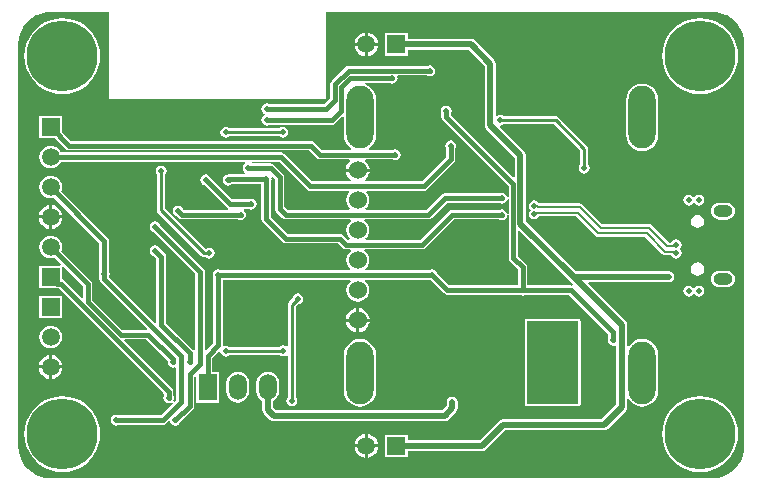
<source format=gbl>
G04*
G04 #@! TF.GenerationSoftware,Altium Limited,Altium Designer,19.0.5 (141)*
G04*
G04 Layer_Physical_Order=2*
G04 Layer_Color=16711680*
%FSAX25Y25*%
%MOIN*%
G70*
G01*
G75*
%ADD15C,0.01000*%
%ADD77C,0.01500*%
%ADD79C,0.00800*%
%ADD80C,0.02000*%
%ADD82C,0.01200*%
%ADD83O,0.09055X0.20866*%
%ADD84C,0.06000*%
%ADD85O,0.05906X0.08661*%
%ADD86R,0.05906X0.08661*%
%ADD87C,0.05906*%
%ADD88R,0.05906X0.05906*%
%ADD89O,0.06299X0.03937*%
%ADD90R,0.05906X0.05906*%
%ADD91C,0.23622*%
%ADD92C,0.01968*%
G36*
X0588303Y0274444D02*
X0589951Y0274048D01*
X0591516Y0273400D01*
X0592961Y0272515D01*
X0594249Y0271414D01*
X0595350Y0270126D01*
X0596235Y0268682D01*
X0596883Y0267116D01*
X0597279Y0265469D01*
X0597411Y0263790D01*
X0597409Y0263779D01*
X0597409Y0130131D01*
X0597373Y0129950D01*
X0597375Y0129939D01*
X0597242Y0128251D01*
X0596844Y0126593D01*
X0596192Y0125018D01*
X0595301Y0123565D01*
X0594194Y0122269D01*
X0592898Y0121162D01*
X0591444Y0120271D01*
X0589870Y0119619D01*
X0588212Y0119221D01*
X0586728Y0119104D01*
X0586614Y0119127D01*
X0366142D01*
X0366132Y0119125D01*
X0364453Y0119257D01*
X0362805Y0119652D01*
X0361240Y0120301D01*
X0359795Y0121186D01*
X0358507Y0122286D01*
X0357406Y0123575D01*
X0356521Y0125019D01*
X0355873Y0126585D01*
X0355477Y0128232D01*
X0355345Y0129911D01*
X0355347Y0129921D01*
Y0263591D01*
X0355384Y0263779D01*
X0355382Y0263790D01*
X0355515Y0265469D01*
X0355910Y0267116D01*
X0356559Y0268682D01*
X0357444Y0270126D01*
X0358544Y0271414D01*
X0359833Y0272515D01*
X0361277Y0273400D01*
X0362843Y0274048D01*
X0364490Y0274444D01*
X0366169Y0274576D01*
X0366179Y0274574D01*
X0385684D01*
Y0245500D01*
X0457816D01*
Y0274574D01*
X0586614D01*
X0586624Y0274576D01*
X0588303Y0274444D01*
D02*
G37*
%LPC*%
G36*
X0471880Y0267701D02*
Y0264280D01*
X0475301D01*
X0475231Y0264811D01*
X0474833Y0265773D01*
X0474199Y0266599D01*
X0473373Y0267232D01*
X0472412Y0267631D01*
X0471880Y0267701D01*
D02*
G37*
G36*
X0470880D02*
X0470348Y0267631D01*
X0469386Y0267232D01*
X0468561Y0266599D01*
X0467927Y0265773D01*
X0467529Y0264811D01*
X0467459Y0264280D01*
X0470880D01*
Y0267701D01*
D02*
G37*
G36*
X0475301Y0263280D02*
X0471880D01*
Y0259858D01*
X0472412Y0259928D01*
X0473373Y0260327D01*
X0474199Y0260960D01*
X0474833Y0261786D01*
X0475231Y0262748D01*
X0475301Y0263280D01*
D02*
G37*
G36*
X0470880D02*
X0467459D01*
X0467529Y0262748D01*
X0467927Y0261786D01*
X0468561Y0260960D01*
X0469386Y0260327D01*
X0470348Y0259928D01*
X0470880Y0259858D01*
Y0263280D01*
D02*
G37*
G36*
X0492500Y0256819D02*
X0491804Y0256681D01*
X0491705Y0256615D01*
X0465566D01*
X0464961Y0256494D01*
X0464448Y0256152D01*
X0459887Y0251591D01*
X0459545Y0251078D01*
X0459424Y0250473D01*
Y0245906D01*
X0457382Y0243864D01*
X0439098D01*
X0438948Y0243964D01*
X0438252Y0244103D01*
X0437556Y0243964D01*
X0436966Y0243570D01*
X0436571Y0242980D01*
X0436433Y0242284D01*
X0436571Y0241587D01*
X0436966Y0240997D01*
X0437456Y0240669D01*
X0437499Y0240457D01*
Y0240326D01*
X0437456Y0240114D01*
X0436966Y0239786D01*
X0436571Y0239196D01*
X0436433Y0238500D01*
X0436571Y0237804D01*
X0436966Y0237214D01*
X0437556Y0236819D01*
X0438252Y0236681D01*
X0438948Y0236819D01*
X0439098Y0236920D01*
X0460000D01*
X0460605Y0237040D01*
X0461118Y0237383D01*
X0463456Y0239721D01*
X0463918Y0239529D01*
Y0233504D01*
X0464101Y0232113D01*
X0464638Y0230817D01*
X0465492Y0229704D01*
X0466305Y0229080D01*
X0466135Y0228580D01*
X0456655D01*
X0454117Y0231118D01*
X0453605Y0231460D01*
X0453000Y0231580D01*
X0373017D01*
X0369895Y0234703D01*
Y0239973D01*
X0362389D01*
Y0232468D01*
X0367659D01*
X0371245Y0228883D01*
X0371757Y0228540D01*
X0372362Y0228420D01*
X0452345D01*
X0454882Y0225883D01*
X0455395Y0225540D01*
X0456000Y0225420D01*
X0465763D01*
X0465933Y0224920D01*
X0465651Y0224703D01*
X0465010Y0223868D01*
X0464607Y0222895D01*
X0464535Y0222350D01*
X0468504D01*
X0472473D01*
X0472401Y0222895D01*
X0471998Y0223868D01*
X0471357Y0224703D01*
X0471075Y0224920D01*
X0471244Y0225420D01*
X0480154D01*
X0480304Y0225319D01*
X0481000Y0225181D01*
X0481696Y0225319D01*
X0482286Y0225714D01*
X0482681Y0226304D01*
X0482819Y0227000D01*
X0482681Y0227696D01*
X0482286Y0228286D01*
X0481696Y0228681D01*
X0481000Y0228819D01*
X0480304Y0228681D01*
X0480154Y0228580D01*
X0472448D01*
X0472278Y0229080D01*
X0473091Y0229704D01*
X0473945Y0230817D01*
X0474482Y0232113D01*
X0474665Y0233504D01*
Y0245315D01*
X0474482Y0246706D01*
X0473945Y0248002D01*
X0473091Y0249115D01*
X0471978Y0249969D01*
X0470889Y0250420D01*
X0470989Y0250920D01*
X0479154D01*
X0479304Y0250819D01*
X0480000Y0250681D01*
X0480696Y0250819D01*
X0481286Y0251214D01*
X0481681Y0251804D01*
X0481819Y0252500D01*
X0481729Y0252954D01*
X0482064Y0253454D01*
X0491602D01*
X0491804Y0253319D01*
X0492500Y0253181D01*
X0493196Y0253319D01*
X0493786Y0253714D01*
X0494181Y0254304D01*
X0494319Y0255000D01*
X0494181Y0255696D01*
X0493786Y0256286D01*
X0493196Y0256681D01*
X0492500Y0256819D01*
D02*
G37*
G36*
X0582677Y0272493D02*
X0580698Y0272337D01*
X0578768Y0271873D01*
X0576934Y0271114D01*
X0575242Y0270077D01*
X0573732Y0268787D01*
X0572443Y0267278D01*
X0571406Y0265585D01*
X0570646Y0263752D01*
X0570183Y0261821D01*
X0570027Y0259842D01*
X0570183Y0257864D01*
X0570646Y0255933D01*
X0571406Y0254099D01*
X0572443Y0252407D01*
X0573732Y0250898D01*
X0575242Y0249608D01*
X0576934Y0248571D01*
X0578768Y0247812D01*
X0580698Y0247348D01*
X0582677Y0247193D01*
X0584656Y0247348D01*
X0586586Y0247812D01*
X0588420Y0248571D01*
X0590113Y0249608D01*
X0591622Y0250898D01*
X0592911Y0252407D01*
X0593948Y0254099D01*
X0594708Y0255933D01*
X0595171Y0257864D01*
X0595327Y0259842D01*
X0595171Y0261821D01*
X0594708Y0263752D01*
X0593948Y0265585D01*
X0592911Y0267278D01*
X0591622Y0268787D01*
X0590113Y0270077D01*
X0588420Y0271114D01*
X0586586Y0271873D01*
X0584656Y0272337D01*
X0582677Y0272493D01*
D02*
G37*
G36*
X0370079D02*
X0368100Y0272337D01*
X0366170Y0271873D01*
X0364336Y0271114D01*
X0362643Y0270077D01*
X0361134Y0268787D01*
X0359845Y0267278D01*
X0358807Y0265585D01*
X0358048Y0263752D01*
X0357585Y0261821D01*
X0357429Y0259842D01*
X0357585Y0257864D01*
X0358048Y0255933D01*
X0358807Y0254099D01*
X0359845Y0252407D01*
X0361134Y0250898D01*
X0362643Y0249608D01*
X0364336Y0248571D01*
X0366170Y0247812D01*
X0368100Y0247348D01*
X0370079Y0247193D01*
X0372058Y0247348D01*
X0373988Y0247812D01*
X0375822Y0248571D01*
X0377514Y0249608D01*
X0379024Y0250898D01*
X0380313Y0252407D01*
X0381350Y0254099D01*
X0382110Y0255933D01*
X0382573Y0257864D01*
X0382729Y0259842D01*
X0382573Y0261821D01*
X0382110Y0263752D01*
X0381350Y0265585D01*
X0380313Y0267278D01*
X0379024Y0268787D01*
X0377514Y0270077D01*
X0375822Y0271114D01*
X0373988Y0271873D01*
X0372058Y0272337D01*
X0370079Y0272493D01*
D02*
G37*
G36*
X0443500Y0236319D02*
X0442804Y0236181D01*
X0442214Y0235786D01*
X0442179Y0235735D01*
X0425728D01*
X0425196Y0236090D01*
X0424500Y0236229D01*
X0423804Y0236090D01*
X0423214Y0235696D01*
X0422819Y0235106D01*
X0422681Y0234409D01*
X0422819Y0233713D01*
X0423214Y0233123D01*
X0423804Y0232729D01*
X0424500Y0232590D01*
X0425196Y0232729D01*
X0425728Y0233084D01*
X0442408D01*
X0442804Y0232819D01*
X0443500Y0232681D01*
X0444196Y0232819D01*
X0444786Y0233214D01*
X0445181Y0233804D01*
X0445319Y0234500D01*
X0445181Y0235196D01*
X0444786Y0235786D01*
X0444196Y0236181D01*
X0443500Y0236319D01*
D02*
G37*
G36*
X0563386Y0250689D02*
X0561995Y0250505D01*
X0560699Y0249969D01*
X0559586Y0249115D01*
X0558732Y0248002D01*
X0558195Y0246706D01*
X0558012Y0245315D01*
Y0233504D01*
X0558195Y0232113D01*
X0558732Y0230817D01*
X0559586Y0229704D01*
X0560699Y0228850D01*
X0561995Y0228313D01*
X0563386Y0228130D01*
X0564777Y0228313D01*
X0566073Y0228850D01*
X0567185Y0229704D01*
X0568040Y0230817D01*
X0568576Y0232113D01*
X0568759Y0233504D01*
Y0245315D01*
X0568576Y0246706D01*
X0568040Y0248002D01*
X0567185Y0249115D01*
X0566073Y0249969D01*
X0564777Y0250505D01*
X0563386Y0250689D01*
D02*
G37*
G36*
X0485133Y0267532D02*
X0477627D01*
Y0260027D01*
X0485133D01*
Y0261944D01*
X0505460D01*
X0510881Y0256524D01*
Y0236784D01*
X0511020Y0236082D01*
X0511418Y0235487D01*
X0520902Y0226003D01*
Y0219487D01*
X0520440Y0219295D01*
X0499580Y0240155D01*
Y0240654D01*
X0499681Y0240804D01*
X0499819Y0241500D01*
X0499681Y0242196D01*
X0499286Y0242786D01*
X0498696Y0243181D01*
X0498000Y0243319D01*
X0497304Y0243181D01*
X0496714Y0242786D01*
X0496319Y0242196D01*
X0496181Y0241500D01*
X0496319Y0240804D01*
X0496420Y0240654D01*
Y0239500D01*
X0496540Y0238895D01*
X0496882Y0238383D01*
X0518807Y0216459D01*
Y0212889D01*
X0518761Y0212840D01*
X0518221Y0212992D01*
X0518181Y0213196D01*
X0517786Y0213786D01*
X0517196Y0214181D01*
X0516500Y0214319D01*
X0515804Y0214181D01*
X0515654Y0214080D01*
X0497500D01*
X0496895Y0213960D01*
X0496383Y0213617D01*
X0491354Y0208589D01*
X0471274D01*
X0471113Y0209063D01*
X0471214Y0209140D01*
X0471823Y0209934D01*
X0472206Y0210858D01*
X0472337Y0211850D01*
X0472206Y0212842D01*
X0471823Y0213767D01*
X0471322Y0214420D01*
X0471516Y0214920D01*
X0490500D01*
X0491105Y0215040D01*
X0491617Y0215383D01*
X0500618Y0224382D01*
X0500960Y0224895D01*
X0501080Y0225500D01*
Y0229154D01*
X0501181Y0229304D01*
X0501319Y0230000D01*
X0501181Y0230696D01*
X0500786Y0231286D01*
X0500196Y0231681D01*
X0499500Y0231819D01*
X0498804Y0231681D01*
X0498214Y0231286D01*
X0497819Y0230696D01*
X0497681Y0230000D01*
X0497819Y0229304D01*
X0497920Y0229154D01*
Y0226155D01*
X0489845Y0218080D01*
X0470983D01*
X0470813Y0218580D01*
X0471357Y0218998D01*
X0471998Y0219833D01*
X0472401Y0220806D01*
X0472473Y0221350D01*
X0468504D01*
X0464535D01*
X0464607Y0220806D01*
X0465010Y0219833D01*
X0465651Y0218998D01*
X0466195Y0218580D01*
X0466025Y0218080D01*
X0453375D01*
X0444117Y0227338D01*
X0443605Y0227680D01*
X0443000Y0227801D01*
X0369549D01*
X0369420Y0228113D01*
X0368818Y0228897D01*
X0368034Y0229499D01*
X0367121Y0229877D01*
X0366142Y0230006D01*
X0365162Y0229877D01*
X0364249Y0229499D01*
X0363465Y0228897D01*
X0362864Y0228113D01*
X0362486Y0227200D01*
X0362357Y0226220D01*
X0362486Y0225241D01*
X0362864Y0224328D01*
X0363465Y0223544D01*
X0364249Y0222942D01*
X0365162Y0222564D01*
X0366142Y0222435D01*
X0367121Y0222564D01*
X0368034Y0222942D01*
X0368818Y0223544D01*
X0369420Y0224328D01*
X0369549Y0224640D01*
X0430856D01*
X0430940Y0224539D01*
X0430843Y0223873D01*
X0430714Y0223786D01*
X0430319Y0223196D01*
X0430181Y0222500D01*
X0430319Y0221804D01*
X0430714Y0221214D01*
X0430977Y0221038D01*
X0430825Y0220538D01*
X0425868D01*
X0425263Y0220418D01*
X0424991Y0220236D01*
X0424714Y0220181D01*
X0424124Y0219786D01*
X0423730Y0219196D01*
X0423591Y0218500D01*
X0423730Y0217804D01*
X0424124Y0217214D01*
X0424714Y0216819D01*
X0425410Y0216681D01*
X0426107Y0216819D01*
X0426697Y0217214D01*
X0426806Y0217377D01*
X0436420D01*
Y0205500D01*
X0436540Y0204895D01*
X0436882Y0204382D01*
X0443383Y0197882D01*
X0443895Y0197540D01*
X0444500Y0197420D01*
X0461845D01*
X0463382Y0195882D01*
X0463895Y0195540D01*
X0464500Y0195420D01*
X0466092D01*
X0466262Y0194920D01*
X0465794Y0194561D01*
X0465185Y0193767D01*
X0464802Y0192842D01*
X0464671Y0191850D01*
X0464802Y0190858D01*
X0465185Y0189934D01*
X0465794Y0189140D01*
X0466002Y0188980D01*
X0465832Y0188480D01*
X0422846D01*
X0422696Y0188581D01*
X0422000Y0188719D01*
X0421304Y0188581D01*
X0420714Y0188186D01*
X0420319Y0187596D01*
X0420181Y0186900D01*
X0420319Y0186204D01*
X0420420Y0186054D01*
Y0164155D01*
X0418042Y0161777D01*
X0417580Y0161969D01*
Y0188000D01*
X0417460Y0188605D01*
X0417118Y0189118D01*
X0402716Y0203519D01*
X0402681Y0203696D01*
X0402286Y0204286D01*
X0401696Y0204681D01*
X0401000Y0204819D01*
X0400304Y0204681D01*
X0399714Y0204286D01*
X0399319Y0203696D01*
X0399181Y0203000D01*
X0399319Y0202304D01*
X0399714Y0201714D01*
X0400304Y0201319D01*
X0400481Y0201284D01*
X0414420Y0187345D01*
Y0161866D01*
X0414319Y0161783D01*
X0413653Y0161880D01*
X0413618Y0161932D01*
X0404591Y0170958D01*
Y0192989D01*
X0404471Y0193594D01*
X0404129Y0194106D01*
X0402716Y0195519D01*
X0402681Y0195696D01*
X0402286Y0196286D01*
X0401696Y0196681D01*
X0401000Y0196819D01*
X0400304Y0196681D01*
X0399714Y0196286D01*
X0399319Y0195696D01*
X0399181Y0195000D01*
X0399319Y0194304D01*
X0399714Y0193714D01*
X0400304Y0193319D01*
X0400481Y0193284D01*
X0401431Y0192334D01*
Y0170958D01*
X0400969Y0170766D01*
X0385580Y0186155D01*
Y0186319D01*
X0385681Y0186469D01*
X0385819Y0187165D01*
X0385681Y0187862D01*
X0385580Y0188012D01*
Y0198362D01*
X0385460Y0198967D01*
X0385118Y0199480D01*
X0369669Y0214929D01*
X0369798Y0215241D01*
X0369927Y0216220D01*
X0369798Y0217200D01*
X0369420Y0218113D01*
X0368818Y0218897D01*
X0368034Y0219498D01*
X0367121Y0219877D01*
X0366142Y0220006D01*
X0365162Y0219877D01*
X0364249Y0219498D01*
X0363465Y0218897D01*
X0362864Y0218113D01*
X0362486Y0217200D01*
X0362357Y0216220D01*
X0362486Y0215241D01*
X0362864Y0214328D01*
X0363465Y0213544D01*
X0364249Y0212943D01*
X0365162Y0212564D01*
X0366142Y0212435D01*
X0367121Y0212564D01*
X0367434Y0212694D01*
X0382420Y0197708D01*
Y0188012D01*
X0382319Y0187862D01*
X0382181Y0187165D01*
X0382319Y0186469D01*
X0382420Y0186319D01*
Y0185500D01*
X0382540Y0184895D01*
X0382882Y0184382D01*
X0398223Y0169042D01*
X0398031Y0168580D01*
X0390124D01*
X0380080Y0178624D01*
Y0183862D01*
X0379960Y0184467D01*
X0379618Y0184980D01*
X0369669Y0194929D01*
X0369798Y0195241D01*
X0369927Y0196221D01*
X0369798Y0197200D01*
X0369420Y0198113D01*
X0368818Y0198897D01*
X0368034Y0199498D01*
X0367121Y0199877D01*
X0366142Y0200006D01*
X0365162Y0199877D01*
X0364249Y0199498D01*
X0363465Y0198897D01*
X0362864Y0198113D01*
X0362486Y0197200D01*
X0362357Y0196221D01*
X0362486Y0195241D01*
X0362864Y0194328D01*
X0363465Y0193544D01*
X0364249Y0192943D01*
X0365162Y0192564D01*
X0366142Y0192435D01*
X0367121Y0192564D01*
X0367434Y0192694D01*
X0369654Y0190473D01*
X0369447Y0189973D01*
X0362389D01*
Y0182468D01*
X0368192D01*
X0368344Y0182437D01*
X0368828D01*
X0403920Y0147345D01*
Y0146846D01*
X0403819Y0146696D01*
X0403681Y0146000D01*
X0403819Y0145304D01*
X0404214Y0144714D01*
X0404804Y0144319D01*
X0405500Y0144181D01*
X0406196Y0144319D01*
X0406359Y0144428D01*
X0406851Y0144156D01*
X0406849Y0144084D01*
X0402845Y0140080D01*
X0388846D01*
X0388696Y0140181D01*
X0388000Y0140319D01*
X0387304Y0140181D01*
X0386714Y0139786D01*
X0386319Y0139196D01*
X0386181Y0138500D01*
X0386319Y0137804D01*
X0386714Y0137214D01*
X0387304Y0136819D01*
X0388000Y0136681D01*
X0388696Y0136819D01*
X0388846Y0136920D01*
X0403500D01*
X0404105Y0137040D01*
X0404618Y0137382D01*
X0405488Y0138253D01*
X0406030Y0138088D01*
X0406087Y0137804D01*
X0406481Y0137214D01*
X0407071Y0136819D01*
X0407768Y0136681D01*
X0408464Y0136819D01*
X0409054Y0137214D01*
X0409448Y0137804D01*
X0409484Y0137981D01*
X0413618Y0142115D01*
X0413960Y0142628D01*
X0414080Y0143232D01*
Y0152893D01*
X0414247Y0153018D01*
X0414747Y0152768D01*
Y0144369D01*
X0422253D01*
Y0154631D01*
X0420080D01*
Y0159345D01*
X0422203Y0161469D01*
X0422724Y0161282D01*
X0422819Y0160804D01*
X0423214Y0160214D01*
X0423804Y0159819D01*
X0424500Y0159681D01*
X0425196Y0159819D01*
X0425786Y0160214D01*
X0425802Y0160237D01*
X0442491D01*
X0442929Y0159944D01*
X0443625Y0159806D01*
X0444321Y0159944D01*
X0444674Y0160180D01*
X0445175Y0159913D01*
Y0146228D01*
X0444819Y0145696D01*
X0444681Y0145000D01*
X0444819Y0144304D01*
X0445214Y0143714D01*
X0445804Y0143319D01*
X0446500Y0143181D01*
X0447196Y0143319D01*
X0447786Y0143714D01*
X0448181Y0144304D01*
X0448319Y0145000D01*
X0448181Y0145696D01*
X0447825Y0146228D01*
Y0176451D01*
X0448569Y0177194D01*
X0449196Y0177319D01*
X0449786Y0177714D01*
X0450181Y0178304D01*
X0450319Y0179000D01*
X0450181Y0179696D01*
X0449786Y0180286D01*
X0449196Y0180681D01*
X0448500Y0180819D01*
X0447804Y0180681D01*
X0447214Y0180286D01*
X0446819Y0179696D01*
X0446695Y0179069D01*
X0445563Y0177937D01*
X0445275Y0177507D01*
X0445175Y0177000D01*
Y0163337D01*
X0444674Y0163070D01*
X0444321Y0163306D01*
X0443625Y0163444D01*
X0442929Y0163306D01*
X0442339Y0162911D01*
X0442323Y0162888D01*
X0425634D01*
X0425196Y0163181D01*
X0424500Y0163319D01*
X0424036Y0163227D01*
X0423806Y0163365D01*
X0423602Y0163565D01*
X0423580Y0163607D01*
Y0185320D01*
X0465962D01*
X0466131Y0184820D01*
X0465794Y0184561D01*
X0465185Y0183767D01*
X0464802Y0182842D01*
X0464671Y0181850D01*
X0464802Y0180858D01*
X0465185Y0179934D01*
X0465794Y0179140D01*
X0466588Y0178531D01*
X0467512Y0178148D01*
X0468504Y0178018D01*
X0469496Y0178148D01*
X0470420Y0178531D01*
X0471214Y0179140D01*
X0471823Y0179934D01*
X0472206Y0180858D01*
X0472337Y0181850D01*
X0472206Y0182842D01*
X0471823Y0183767D01*
X0471214Y0184561D01*
X0470877Y0184820D01*
X0471046Y0185320D01*
X0492554D01*
X0492704Y0185219D01*
X0492881Y0185184D01*
X0497332Y0180733D01*
X0497845Y0180390D01*
X0498450Y0180270D01*
X0522654D01*
X0522804Y0180170D01*
X0523500Y0180031D01*
X0524196Y0180170D01*
X0524346Y0180270D01*
X0538995D01*
X0552113Y0167152D01*
Y0166040D01*
X0552013Y0165890D01*
X0551875Y0165194D01*
X0552013Y0164498D01*
X0552407Y0163907D01*
X0552998Y0163513D01*
X0553694Y0163375D01*
X0554165Y0163468D01*
X0554665Y0163141D01*
Y0143760D01*
X0549740Y0138835D01*
X0517000D01*
X0516298Y0138696D01*
X0515702Y0138298D01*
X0509161Y0131756D01*
X0485133D01*
Y0133674D01*
X0477627D01*
Y0126169D01*
X0485133D01*
Y0128086D01*
X0509921D01*
X0510624Y0128226D01*
X0511219Y0128623D01*
X0517760Y0135165D01*
X0550500D01*
X0551202Y0135304D01*
X0551798Y0135702D01*
X0557798Y0141702D01*
X0558196Y0142298D01*
X0558335Y0143000D01*
Y0145396D01*
X0558835Y0145565D01*
X0559586Y0144586D01*
X0560699Y0143732D01*
X0561995Y0143195D01*
X0563386Y0143012D01*
X0564777Y0143195D01*
X0566073Y0143732D01*
X0567185Y0144586D01*
X0568040Y0145699D01*
X0568576Y0146995D01*
X0568759Y0148386D01*
Y0160197D01*
X0568576Y0161588D01*
X0568040Y0162884D01*
X0567185Y0163997D01*
X0566073Y0164850D01*
X0564777Y0165387D01*
X0563386Y0165570D01*
X0561995Y0165387D01*
X0560699Y0164850D01*
X0559586Y0163997D01*
X0558835Y0163018D01*
X0558335Y0163187D01*
Y0170220D01*
X0558196Y0170923D01*
X0557798Y0171518D01*
X0545393Y0183923D01*
X0545584Y0184385D01*
X0572165D01*
X0572867Y0184525D01*
X0573462Y0184923D01*
X0573860Y0185518D01*
X0574000Y0186221D01*
X0573860Y0186923D01*
X0573462Y0187518D01*
X0572867Y0187916D01*
X0572165Y0188056D01*
X0541260D01*
X0524572Y0204744D01*
Y0226763D01*
X0524432Y0227466D01*
X0524035Y0228061D01*
X0515905Y0236191D01*
X0515947Y0236408D01*
X0516102Y0236701D01*
X0516696Y0236819D01*
X0517228Y0237175D01*
X0533951D01*
X0542674Y0228451D01*
Y0223728D01*
X0542319Y0223196D01*
X0542181Y0222500D01*
X0542319Y0221804D01*
X0542714Y0221214D01*
X0543304Y0220819D01*
X0544000Y0220681D01*
X0544696Y0220819D01*
X0545286Y0221214D01*
X0545681Y0221804D01*
X0545819Y0222500D01*
X0545681Y0223196D01*
X0545326Y0223728D01*
Y0229000D01*
X0545225Y0229507D01*
X0544937Y0229937D01*
X0535437Y0239437D01*
X0535007Y0239725D01*
X0534500Y0239826D01*
X0517228D01*
X0516696Y0240181D01*
X0516000Y0240319D01*
X0515304Y0240181D01*
X0515051Y0240012D01*
X0514551Y0240279D01*
Y0257284D01*
X0514411Y0257987D01*
X0514013Y0258582D01*
X0507518Y0265077D01*
X0506923Y0265475D01*
X0506220Y0265615D01*
X0485133D01*
Y0267532D01*
D02*
G37*
G36*
X0582283Y0213670D02*
X0581587Y0213531D01*
X0580997Y0213137D01*
X0580843Y0212906D01*
X0580242D01*
X0580114Y0213097D01*
X0579524Y0213492D01*
X0578828Y0213630D01*
X0578131Y0213492D01*
X0577541Y0213097D01*
X0577147Y0212507D01*
X0577008Y0211811D01*
X0577147Y0211115D01*
X0577541Y0210525D01*
X0578131Y0210130D01*
X0578828Y0209992D01*
X0579524Y0210130D01*
X0580114Y0210525D01*
X0580268Y0210755D01*
X0580869D01*
X0580997Y0210564D01*
X0581587Y0210170D01*
X0582283Y0210031D01*
X0582980Y0210170D01*
X0583570Y0210564D01*
X0583964Y0211154D01*
X0584103Y0211850D01*
X0583964Y0212547D01*
X0583570Y0213137D01*
X0582980Y0213531D01*
X0582283Y0213670D01*
D02*
G37*
G36*
X0417815Y0220462D02*
X0417119Y0220323D01*
X0416529Y0219929D01*
X0416134Y0219339D01*
X0415996Y0218642D01*
X0416134Y0217946D01*
X0416529Y0217356D01*
X0417119Y0216962D01*
X0417296Y0216927D01*
X0424840Y0209383D01*
X0425279Y0209089D01*
X0425262Y0208779D01*
X0425196Y0208589D01*
X0410526D01*
X0410427Y0208688D01*
X0410392Y0208865D01*
X0409997Y0209456D01*
X0409407Y0209850D01*
X0408711Y0209988D01*
X0408015Y0209850D01*
X0407425Y0209456D01*
X0407030Y0208865D01*
X0406892Y0208169D01*
X0407030Y0207473D01*
X0407425Y0206883D01*
X0408015Y0206489D01*
X0408192Y0206453D01*
X0408754Y0205891D01*
X0409267Y0205549D01*
X0409872Y0205428D01*
X0428654D01*
X0428804Y0205328D01*
X0429500Y0205189D01*
X0430196Y0205328D01*
X0430786Y0205722D01*
X0431181Y0206312D01*
X0431319Y0207009D01*
X0431181Y0207705D01*
X0430786Y0208295D01*
X0430600Y0208420D01*
X0430752Y0208920D01*
X0432154D01*
X0432304Y0208819D01*
X0433000Y0208681D01*
X0433696Y0208819D01*
X0434286Y0209214D01*
X0434681Y0209804D01*
X0434819Y0210500D01*
X0434681Y0211196D01*
X0434286Y0211786D01*
X0433696Y0212181D01*
X0433000Y0212319D01*
X0432304Y0212181D01*
X0432154Y0212080D01*
X0426612D01*
X0419531Y0219162D01*
X0419496Y0219339D01*
X0419101Y0219929D01*
X0418511Y0220323D01*
X0417815Y0220462D01*
D02*
G37*
G36*
X0366642Y0210141D02*
Y0206720D01*
X0370063D01*
X0369993Y0207252D01*
X0369595Y0208214D01*
X0368961Y0209040D01*
X0368135Y0209673D01*
X0367174Y0210071D01*
X0366642Y0210141D01*
D02*
G37*
G36*
X0365642Y0210141D02*
X0365110Y0210071D01*
X0364148Y0209673D01*
X0363323Y0209040D01*
X0362689Y0208214D01*
X0362291Y0207252D01*
X0362221Y0206720D01*
X0365642D01*
Y0210141D01*
D02*
G37*
G36*
X0591440Y0210962D02*
X0589078D01*
X0588355Y0210866D01*
X0587681Y0210588D01*
X0587103Y0210144D01*
X0586659Y0209565D01*
X0586380Y0208892D01*
X0586285Y0208169D01*
X0586380Y0207447D01*
X0586659Y0206773D01*
X0587103Y0206195D01*
X0587681Y0205751D01*
X0588355Y0205472D01*
X0589078Y0205377D01*
X0591440D01*
X0592163Y0205472D01*
X0592836Y0205751D01*
X0593414Y0206195D01*
X0593858Y0206773D01*
X0594137Y0207447D01*
X0594232Y0208169D01*
X0594137Y0208892D01*
X0593858Y0209565D01*
X0593414Y0210144D01*
X0592836Y0210588D01*
X0592163Y0210866D01*
X0591440Y0210962D01*
D02*
G37*
G36*
X0581794Y0207032D02*
X0580944Y0206863D01*
X0580224Y0206381D01*
X0579742Y0205661D01*
X0579573Y0204811D01*
X0579742Y0203961D01*
X0580224Y0203241D01*
X0580944Y0202759D01*
X0581794Y0202590D01*
X0582644Y0202759D01*
X0583364Y0203241D01*
X0583846Y0203961D01*
X0584015Y0204811D01*
X0583846Y0205661D01*
X0583364Y0206381D01*
X0582644Y0206863D01*
X0581794Y0207032D01*
D02*
G37*
G36*
X0365642Y0205720D02*
X0362221D01*
X0362291Y0205189D01*
X0362689Y0204227D01*
X0363323Y0203401D01*
X0364148Y0202768D01*
X0365110Y0202369D01*
X0365642Y0202299D01*
Y0205720D01*
D02*
G37*
G36*
X0370063D02*
X0366642D01*
Y0202299D01*
X0367174Y0202369D01*
X0368135Y0202768D01*
X0368961Y0203401D01*
X0369595Y0204227D01*
X0369993Y0205189D01*
X0370063Y0205720D01*
D02*
G37*
G36*
X0403011Y0223319D02*
X0402315Y0223181D01*
X0401725Y0222786D01*
X0401330Y0222196D01*
X0401192Y0221500D01*
X0401330Y0220804D01*
X0401675Y0220289D01*
Y0208500D01*
X0401775Y0207993D01*
X0402063Y0207563D01*
X0416363Y0193263D01*
X0416793Y0192975D01*
X0417300Y0192875D01*
X0417748D01*
X0418279Y0192519D01*
X0418976Y0192381D01*
X0419672Y0192519D01*
X0420262Y0192914D01*
X0420656Y0193504D01*
X0420795Y0194200D01*
X0420656Y0194896D01*
X0420262Y0195486D01*
X0419672Y0195881D01*
X0418976Y0196019D01*
X0418279Y0195881D01*
X0417808Y0195566D01*
X0404325Y0209049D01*
Y0220256D01*
X0404692Y0220804D01*
X0404830Y0221500D01*
X0404692Y0222196D01*
X0404297Y0222786D01*
X0403707Y0223181D01*
X0403011Y0223319D01*
D02*
G37*
G36*
X0527414Y0211800D02*
X0526718Y0211661D01*
X0526127Y0211267D01*
X0525733Y0210677D01*
X0525595Y0209980D01*
X0525733Y0209284D01*
X0526127Y0208694D01*
Y0208498D01*
X0525733Y0207908D01*
X0525595Y0207212D01*
X0525733Y0206516D01*
X0526127Y0205926D01*
X0526718Y0205531D01*
X0527414Y0205393D01*
X0528110Y0205531D01*
X0528700Y0205926D01*
X0529061Y0206466D01*
X0529072Y0206473D01*
X0541369D01*
X0547919Y0199922D01*
X0548316Y0199657D01*
X0548784Y0199564D01*
X0564356D01*
X0570115Y0193806D01*
X0570511Y0193541D01*
X0570980Y0193447D01*
X0573057D01*
X0573422Y0192900D01*
X0574013Y0192506D01*
X0574709Y0192367D01*
X0575405Y0192506D01*
X0575995Y0192900D01*
X0576389Y0193490D01*
X0576528Y0194187D01*
X0576389Y0194883D01*
X0575995Y0195473D01*
Y0195669D01*
X0576389Y0196259D01*
X0576528Y0196955D01*
X0576389Y0197651D01*
X0575995Y0198241D01*
X0575405Y0198636D01*
X0574709Y0198774D01*
X0574013Y0198636D01*
X0573422Y0198241D01*
X0573057Y0197694D01*
X0572232D01*
X0566474Y0203452D01*
X0566077Y0203718D01*
X0565609Y0203811D01*
X0550037D01*
X0543486Y0210361D01*
X0543089Y0210627D01*
X0542621Y0210720D01*
X0529072D01*
X0529061Y0210727D01*
X0528700Y0211267D01*
X0528110Y0211661D01*
X0527414Y0211800D01*
D02*
G37*
G36*
X0581794Y0191087D02*
X0580944Y0190918D01*
X0580224Y0190436D01*
X0579742Y0189716D01*
X0579573Y0188866D01*
X0579742Y0188016D01*
X0580224Y0187296D01*
X0580944Y0186815D01*
X0581794Y0186645D01*
X0582644Y0186815D01*
X0583364Y0187296D01*
X0583846Y0188016D01*
X0584015Y0188866D01*
X0583846Y0189716D01*
X0583364Y0190436D01*
X0582644Y0190918D01*
X0581794Y0191087D01*
D02*
G37*
G36*
X0591440Y0188324D02*
X0589078D01*
X0588355Y0188229D01*
X0587681Y0187950D01*
X0587103Y0187506D01*
X0586659Y0186928D01*
X0586380Y0186254D01*
X0586285Y0185531D01*
X0586380Y0184809D01*
X0586659Y0184135D01*
X0587103Y0183557D01*
X0587681Y0183113D01*
X0588355Y0182834D01*
X0589078Y0182739D01*
X0591440D01*
X0592163Y0182834D01*
X0592836Y0183113D01*
X0593414Y0183557D01*
X0593858Y0184135D01*
X0594137Y0184809D01*
X0594232Y0185531D01*
X0594137Y0186254D01*
X0593858Y0186928D01*
X0593414Y0187506D01*
X0592836Y0187950D01*
X0592163Y0188229D01*
X0591440Y0188324D01*
D02*
G37*
G36*
X0582283Y0183315D02*
X0581587Y0183177D01*
X0580997Y0182782D01*
X0580856Y0182572D01*
X0580255D01*
X0580114Y0182782D01*
X0579524Y0183177D01*
X0578828Y0183315D01*
X0578131Y0183177D01*
X0577541Y0182782D01*
X0577147Y0182192D01*
X0577008Y0181496D01*
X0577147Y0180800D01*
X0577541Y0180210D01*
X0578131Y0179815D01*
X0578828Y0179677D01*
X0579524Y0179815D01*
X0580114Y0180210D01*
X0580255Y0180421D01*
X0580856D01*
X0580997Y0180210D01*
X0581587Y0179815D01*
X0582283Y0179677D01*
X0582980Y0179815D01*
X0583570Y0180210D01*
X0583964Y0180800D01*
X0584103Y0181496D01*
X0583964Y0182192D01*
X0583570Y0182782D01*
X0582980Y0183177D01*
X0582283Y0183315D01*
D02*
G37*
G36*
X0369895Y0179973D02*
X0362389D01*
Y0172468D01*
X0369895D01*
Y0179973D01*
D02*
G37*
G36*
X0469004Y0175819D02*
Y0172350D01*
X0472473D01*
X0472401Y0172895D01*
X0471998Y0173868D01*
X0471357Y0174703D01*
X0470521Y0175344D01*
X0469548Y0175747D01*
X0469004Y0175819D01*
D02*
G37*
G36*
X0468004Y0175819D02*
X0467460Y0175747D01*
X0466487Y0175344D01*
X0465651Y0174703D01*
X0465010Y0173868D01*
X0464607Y0172895D01*
X0464535Y0172350D01*
X0468004D01*
Y0175819D01*
D02*
G37*
G36*
Y0171350D02*
X0464535D01*
X0464607Y0170806D01*
X0465010Y0169833D01*
X0465651Y0168998D01*
X0466487Y0168356D01*
X0467460Y0167953D01*
X0468004Y0167882D01*
Y0171350D01*
D02*
G37*
G36*
X0472473D02*
X0469004D01*
Y0167882D01*
X0469548Y0167953D01*
X0470521Y0168356D01*
X0471357Y0168998D01*
X0471998Y0169833D01*
X0472401Y0170806D01*
X0472473Y0171350D01*
D02*
G37*
G36*
X0366142Y0170006D02*
X0365162Y0169877D01*
X0364249Y0169499D01*
X0363465Y0168897D01*
X0362864Y0168113D01*
X0362486Y0167200D01*
X0362357Y0166220D01*
X0362486Y0165241D01*
X0362864Y0164328D01*
X0363465Y0163544D01*
X0364249Y0162943D01*
X0365162Y0162564D01*
X0366142Y0162435D01*
X0367121Y0162564D01*
X0368034Y0162943D01*
X0368818Y0163544D01*
X0369420Y0164328D01*
X0369798Y0165241D01*
X0369927Y0166220D01*
X0369798Y0167200D01*
X0369420Y0168113D01*
X0368818Y0168897D01*
X0368034Y0169499D01*
X0367121Y0169877D01*
X0366142Y0170006D01*
D02*
G37*
G36*
X0366642Y0160142D02*
Y0156720D01*
X0370063D01*
X0369993Y0157252D01*
X0369595Y0158214D01*
X0368961Y0159040D01*
X0368135Y0159673D01*
X0367174Y0160072D01*
X0366642Y0160142D01*
D02*
G37*
G36*
X0365642D02*
X0365110Y0160072D01*
X0364148Y0159673D01*
X0363323Y0159040D01*
X0362689Y0158214D01*
X0362291Y0157252D01*
X0362221Y0156720D01*
X0365642D01*
Y0160142D01*
D02*
G37*
G36*
Y0155720D02*
X0362221D01*
X0362291Y0155189D01*
X0362689Y0154227D01*
X0363323Y0153401D01*
X0364148Y0152768D01*
X0365110Y0152369D01*
X0365642Y0152299D01*
Y0155720D01*
D02*
G37*
G36*
X0370063D02*
X0366642D01*
Y0152299D01*
X0367174Y0152369D01*
X0368135Y0152768D01*
X0368961Y0153401D01*
X0369595Y0154227D01*
X0369993Y0155189D01*
X0370063Y0155720D01*
D02*
G37*
G36*
X0428500Y0154663D02*
X0427520Y0154534D01*
X0426607Y0154156D01*
X0425823Y0153554D01*
X0425222Y0152770D01*
X0424844Y0151858D01*
X0424715Y0150878D01*
Y0148122D01*
X0424844Y0147142D01*
X0425222Y0146230D01*
X0425823Y0145446D01*
X0426607Y0144844D01*
X0427520Y0144466D01*
X0428500Y0144337D01*
X0429480Y0144466D01*
X0430393Y0144844D01*
X0431177Y0145446D01*
X0431778Y0146230D01*
X0432156Y0147142D01*
X0432285Y0148122D01*
Y0150878D01*
X0432156Y0151858D01*
X0431778Y0152770D01*
X0431177Y0153554D01*
X0430393Y0154156D01*
X0429480Y0154534D01*
X0428500Y0154663D01*
D02*
G37*
G36*
X0542000Y0172316D02*
X0525000D01*
X0524688Y0172254D01*
X0524423Y0172077D01*
X0524246Y0171812D01*
X0524184Y0171500D01*
Y0144000D01*
X0524246Y0143688D01*
X0524423Y0143423D01*
X0524688Y0143246D01*
X0525000Y0143184D01*
X0542000D01*
X0542312Y0143246D01*
X0542577Y0143423D01*
X0542754Y0143688D01*
X0542816Y0144000D01*
Y0171500D01*
X0542754Y0171812D01*
X0542577Y0172077D01*
X0542312Y0172254D01*
X0542000Y0172316D01*
D02*
G37*
G36*
X0469291Y0165570D02*
X0467901Y0165387D01*
X0466605Y0164850D01*
X0465492Y0163997D01*
X0464638Y0162884D01*
X0464101Y0161588D01*
X0463918Y0160197D01*
Y0148386D01*
X0464101Y0146995D01*
X0464638Y0145699D01*
X0465492Y0144586D01*
X0466605Y0143732D01*
X0467901Y0143195D01*
X0469291Y0143012D01*
X0470682Y0143195D01*
X0471978Y0143732D01*
X0473091Y0144586D01*
X0473945Y0145699D01*
X0474482Y0146995D01*
X0474665Y0148386D01*
Y0160197D01*
X0474482Y0161588D01*
X0473945Y0162884D01*
X0473091Y0163997D01*
X0471978Y0164850D01*
X0470682Y0165387D01*
X0469291Y0165570D01*
D02*
G37*
G36*
X0438500Y0154663D02*
X0437520Y0154534D01*
X0436607Y0154156D01*
X0435823Y0153554D01*
X0435222Y0152770D01*
X0434844Y0151858D01*
X0434715Y0150878D01*
Y0148122D01*
X0434844Y0147142D01*
X0435222Y0146230D01*
X0435823Y0145446D01*
X0436607Y0144844D01*
X0436665Y0144820D01*
Y0142000D01*
X0436804Y0141298D01*
X0437202Y0140702D01*
X0439202Y0138702D01*
X0439798Y0138304D01*
X0440500Y0138165D01*
X0497500D01*
X0498202Y0138304D01*
X0498798Y0138702D01*
X0501298Y0141202D01*
X0501696Y0141798D01*
X0501835Y0142500D01*
Y0144500D01*
X0501696Y0145202D01*
X0501298Y0145798D01*
X0500702Y0146196D01*
X0500000Y0146335D01*
X0499298Y0146196D01*
X0498702Y0145798D01*
X0498304Y0145202D01*
X0498165Y0144500D01*
Y0143260D01*
X0496740Y0141835D01*
X0441260D01*
X0440335Y0142760D01*
Y0144820D01*
X0440393Y0144844D01*
X0441177Y0145446D01*
X0441778Y0146230D01*
X0442156Y0147142D01*
X0442285Y0148122D01*
Y0150878D01*
X0442156Y0151858D01*
X0441778Y0152770D01*
X0441177Y0153554D01*
X0440393Y0154156D01*
X0439480Y0154534D01*
X0438500Y0154663D01*
D02*
G37*
G36*
X0471880Y0133842D02*
Y0130421D01*
X0475301D01*
X0475231Y0130953D01*
X0474833Y0131915D01*
X0474199Y0132740D01*
X0473373Y0133374D01*
X0472412Y0133772D01*
X0471880Y0133842D01*
D02*
G37*
G36*
X0470880D02*
X0470348Y0133772D01*
X0469386Y0133374D01*
X0468561Y0132740D01*
X0467927Y0131915D01*
X0467529Y0130953D01*
X0467459Y0130421D01*
X0470880D01*
Y0133842D01*
D02*
G37*
G36*
X0475301Y0129421D02*
X0471880D01*
Y0126000D01*
X0472412Y0126070D01*
X0473373Y0126469D01*
X0474199Y0127102D01*
X0474833Y0127928D01*
X0475231Y0128889D01*
X0475301Y0129421D01*
D02*
G37*
G36*
X0470880D02*
X0467459D01*
X0467529Y0128889D01*
X0467927Y0127928D01*
X0468561Y0127102D01*
X0469386Y0126469D01*
X0470348Y0126070D01*
X0470880Y0126000D01*
Y0129421D01*
D02*
G37*
G36*
X0582677Y0146508D02*
X0580698Y0146353D01*
X0578768Y0145889D01*
X0576934Y0145130D01*
X0575242Y0144092D01*
X0573732Y0142803D01*
X0572443Y0141294D01*
X0571406Y0139601D01*
X0570646Y0137767D01*
X0570183Y0135837D01*
X0570027Y0133858D01*
X0570183Y0131879D01*
X0570646Y0129949D01*
X0571406Y0128115D01*
X0572443Y0126423D01*
X0573732Y0124913D01*
X0575242Y0123624D01*
X0576934Y0122587D01*
X0578768Y0121827D01*
X0580698Y0121364D01*
X0582677Y0121208D01*
X0584656Y0121364D01*
X0586586Y0121827D01*
X0588420Y0122587D01*
X0590113Y0123624D01*
X0591622Y0124913D01*
X0592911Y0126423D01*
X0593948Y0128115D01*
X0594708Y0129949D01*
X0595171Y0131879D01*
X0595327Y0133858D01*
X0595171Y0135837D01*
X0594708Y0137767D01*
X0593948Y0139601D01*
X0592911Y0141294D01*
X0591622Y0142803D01*
X0590113Y0144092D01*
X0588420Y0145130D01*
X0586586Y0145889D01*
X0584656Y0146353D01*
X0582677Y0146508D01*
D02*
G37*
G36*
X0370079D02*
X0368100Y0146353D01*
X0366170Y0145889D01*
X0364336Y0145130D01*
X0362643Y0144092D01*
X0361134Y0142803D01*
X0359845Y0141294D01*
X0358807Y0139601D01*
X0358048Y0137767D01*
X0357585Y0135837D01*
X0357429Y0133858D01*
X0357585Y0131879D01*
X0358048Y0129949D01*
X0358807Y0128115D01*
X0359845Y0126423D01*
X0361134Y0124913D01*
X0362643Y0123624D01*
X0364336Y0122587D01*
X0366170Y0121827D01*
X0368100Y0121364D01*
X0370079Y0121208D01*
X0372058Y0121364D01*
X0373988Y0121827D01*
X0375822Y0122587D01*
X0377514Y0123624D01*
X0379024Y0124913D01*
X0380313Y0126423D01*
X0381350Y0128115D01*
X0382110Y0129949D01*
X0382573Y0131879D01*
X0382729Y0133858D01*
X0382573Y0135837D01*
X0382110Y0137767D01*
X0381350Y0139601D01*
X0380313Y0141294D01*
X0379024Y0142803D01*
X0377514Y0144092D01*
X0375822Y0145130D01*
X0373988Y0145889D01*
X0372058Y0146353D01*
X0370079Y0146508D01*
D02*
G37*
%LPD*%
G36*
X0518807Y0212111D02*
Y0207113D01*
X0518306Y0207064D01*
X0518181Y0207696D01*
X0517786Y0208286D01*
X0517196Y0208681D01*
X0516500Y0208819D01*
X0515804Y0208681D01*
X0515654Y0208580D01*
X0500000D01*
X0499395Y0208460D01*
X0498882Y0208118D01*
X0489345Y0198580D01*
X0471262D01*
X0471102Y0199054D01*
X0471214Y0199140D01*
X0471823Y0199934D01*
X0472206Y0200858D01*
X0472337Y0201850D01*
X0472206Y0202842D01*
X0471823Y0203767D01*
X0471214Y0204561D01*
X0470735Y0204928D01*
X0470905Y0205428D01*
X0492009D01*
X0492614Y0205549D01*
X0493126Y0205891D01*
X0498155Y0210920D01*
X0515654D01*
X0515804Y0210819D01*
X0516500Y0210681D01*
X0517196Y0210819D01*
X0517786Y0211214D01*
X0518181Y0211804D01*
X0518221Y0212008D01*
X0518761Y0212160D01*
X0518807Y0212111D01*
D02*
G37*
G36*
X0451603Y0215383D02*
X0452116Y0215040D01*
X0452720Y0214920D01*
X0465492D01*
X0465686Y0214420D01*
X0465185Y0213767D01*
X0464802Y0212842D01*
X0464671Y0211850D01*
X0464802Y0210858D01*
X0465185Y0209934D01*
X0465794Y0209140D01*
X0465895Y0209063D01*
X0465734Y0208589D01*
X0445155D01*
X0444080Y0209663D01*
Y0219500D01*
X0443960Y0220105D01*
X0443617Y0220618D01*
X0440618Y0223618D01*
X0440105Y0223960D01*
X0439500Y0224080D01*
X0433329D01*
X0433183Y0224370D01*
X0433359Y0224640D01*
X0442345D01*
X0451603Y0215383D01*
D02*
G37*
G36*
X0518807Y0206887D02*
Y0192613D01*
X0518927Y0192008D01*
X0519269Y0191496D01*
X0521920Y0188845D01*
Y0183431D01*
X0499104D01*
X0495116Y0187419D01*
X0495081Y0187596D01*
X0494686Y0188186D01*
X0494096Y0188581D01*
X0493400Y0188719D01*
X0492704Y0188581D01*
X0492554Y0188480D01*
X0471176D01*
X0471006Y0188980D01*
X0471214Y0189140D01*
X0471823Y0189934D01*
X0472206Y0190858D01*
X0472337Y0191850D01*
X0472206Y0192842D01*
X0471823Y0193767D01*
X0471214Y0194561D01*
X0470746Y0194920D01*
X0470916Y0195420D01*
X0490000D01*
X0490605Y0195540D01*
X0491117Y0195882D01*
X0500655Y0205420D01*
X0515654D01*
X0515804Y0205319D01*
X0516500Y0205181D01*
X0517196Y0205319D01*
X0517786Y0205714D01*
X0518181Y0206304D01*
X0518306Y0206936D01*
X0518807Y0206887D01*
D02*
G37*
G36*
X0440920Y0218845D02*
Y0209009D01*
X0441040Y0208404D01*
X0441383Y0207891D01*
X0443383Y0205891D01*
X0443895Y0205549D01*
X0444500Y0205428D01*
X0466103D01*
X0466273Y0204928D01*
X0465794Y0204561D01*
X0465185Y0203767D01*
X0464802Y0202842D01*
X0464671Y0201850D01*
X0464802Y0200858D01*
X0465185Y0199934D01*
X0465794Y0199140D01*
X0465906Y0199054D01*
X0465746Y0198580D01*
X0465155D01*
X0463618Y0200117D01*
X0463105Y0200460D01*
X0462500Y0200580D01*
X0445155D01*
X0439580Y0206155D01*
Y0218111D01*
X0439681Y0218261D01*
X0439819Y0218957D01*
X0439749Y0219308D01*
X0440210Y0219555D01*
X0440920Y0218845D01*
D02*
G37*
G36*
X0539202Y0184923D02*
X0539202Y0184923D01*
X0540317Y0183808D01*
X0540071Y0183347D01*
X0539650Y0183431D01*
X0525080D01*
Y0189500D01*
X0524960Y0190105D01*
X0524617Y0190618D01*
X0521967Y0193268D01*
Y0201504D01*
X0522429Y0201696D01*
X0539202Y0184923D01*
D02*
G37*
G36*
X0376920Y0183208D02*
Y0179469D01*
X0376458Y0179277D01*
X0370600Y0185135D01*
X0370087Y0185478D01*
X0369895Y0185516D01*
Y0189526D01*
X0370394Y0189733D01*
X0376920Y0183208D01*
D02*
G37*
G36*
X0405266Y0158220D02*
X0405181Y0157794D01*
X0405319Y0157097D01*
X0405714Y0156507D01*
X0406304Y0156113D01*
X0407000Y0155974D01*
X0407454Y0156065D01*
X0407954Y0155730D01*
Y0145189D01*
X0407416Y0144651D01*
X0407344Y0144649D01*
X0407072Y0145141D01*
X0407181Y0145304D01*
X0407319Y0146000D01*
X0407181Y0146696D01*
X0407080Y0146846D01*
Y0148000D01*
X0406960Y0148605D01*
X0406617Y0149118D01*
X0390777Y0164958D01*
X0390969Y0165420D01*
X0398066D01*
X0405266Y0158220D01*
D02*
G37*
G36*
X0542000Y0144000D02*
X0525000D01*
Y0171500D01*
X0542000D01*
Y0144000D01*
D02*
G37*
D15*
X0516000Y0238500D02*
X0534500D01*
X0544000Y0229000D01*
X0443409Y0234409D02*
X0443500Y0234500D01*
X0424500Y0234409D02*
X0443409D01*
X0403000Y0221489D02*
X0403011Y0221500D01*
X0403000Y0208500D02*
Y0221489D01*
Y0208500D02*
X0417300Y0194200D01*
X0418976D01*
X0446500Y0177000D02*
X0448500Y0179000D01*
X0446500Y0145000D02*
Y0177000D01*
X0443563Y0161563D02*
X0443625Y0161625D01*
X0424563Y0161563D02*
X0443563D01*
X0424500Y0161500D02*
X0424563Y0161563D01*
X0544000Y0222500D02*
Y0229000D01*
D77*
X0520387Y0192613D02*
Y0217113D01*
X0498000Y0239500D02*
X0520387Y0217113D01*
Y0192613D02*
X0523500Y0189500D01*
X0500000Y0207000D02*
X0516500D01*
X0490000Y0197000D02*
X0500000Y0207000D01*
X0498000Y0239500D02*
Y0241500D01*
X0461005Y0250473D02*
X0465566Y0255034D01*
X0492466D01*
X0492500Y0255000D01*
X0461005Y0245251D02*
Y0250473D01*
X0458037Y0242284D02*
X0461005Y0245251D01*
X0438252Y0242284D02*
X0458037D01*
X0466001Y0252500D02*
X0480000D01*
X0463105Y0249604D02*
X0466001Y0252500D01*
X0463105Y0241605D02*
Y0249604D01*
X0460000Y0238500D02*
X0463105Y0241605D01*
X0438252Y0238500D02*
X0460000D01*
X0412500Y0153791D02*
X0416000Y0157291D01*
X0412500Y0143232D02*
Y0153791D01*
X0407768Y0138500D02*
X0412500Y0143232D01*
X0403500Y0138500D02*
X0409534Y0144534D01*
X0384000Y0185500D02*
X0409534Y0159966D01*
Y0144534D02*
Y0159966D01*
X0403011Y0170304D02*
X0412500Y0160815D01*
Y0158000D02*
Y0160815D01*
X0388000Y0138500D02*
X0403500D01*
X0407000Y0157794D02*
Y0158721D01*
X0398721Y0167000D02*
X0407000Y0158721D01*
X0384000Y0185500D02*
Y0187165D01*
X0523500Y0181850D02*
Y0189500D01*
X0499500Y0225500D02*
Y0230000D01*
X0490500Y0216500D02*
X0499500Y0225500D01*
X0452720Y0216500D02*
X0490500D01*
X0425957Y0210500D02*
X0433000D01*
X0417815Y0218642D02*
X0425957Y0210500D01*
X0366142Y0216220D02*
X0384000Y0198362D01*
Y0187165D02*
Y0198362D01*
X0418500Y0149500D02*
Y0160000D01*
X0422000Y0163500D01*
Y0186900D01*
X0493400D01*
X0498450Y0181850D01*
X0523500D01*
X0539650D01*
X0553694Y0167806D01*
Y0165194D02*
Y0167806D01*
X0492009Y0207009D02*
X0497500Y0212500D01*
X0516500D01*
X0416000Y0157291D02*
Y0188000D01*
X0401000Y0203000D02*
X0416000Y0188000D01*
X0401000Y0195000D02*
X0403011Y0192989D01*
Y0170304D02*
Y0192989D01*
X0405500Y0146000D02*
Y0148000D01*
X0408711Y0208169D02*
X0409872Y0207009D01*
X0429500D01*
X0464500Y0197000D02*
X0490000D01*
X0456000Y0227000D02*
X0481000D01*
X0453000Y0230000D02*
X0456000Y0227000D01*
X0372362Y0230000D02*
X0453000D01*
X0366142Y0236221D02*
X0372362Y0230000D01*
X0443000Y0226220D02*
X0452720Y0216500D01*
X0444500Y0207009D02*
X0492009D01*
X0442500Y0209009D02*
X0444500Y0207009D01*
X0442500Y0209009D02*
Y0219500D01*
X0439500Y0222500D02*
X0442500Y0219500D01*
X0462500Y0199000D02*
X0464500Y0197000D01*
X0444500Y0199000D02*
X0462500D01*
X0438000Y0205500D02*
X0444500Y0199000D01*
X0366142Y0226220D02*
X0443000D01*
X0432000Y0222500D02*
X0439500D01*
X0438000Y0205500D02*
Y0218957D01*
X0425868D02*
X0438000D01*
X0425572Y0218661D02*
X0425868Y0218957D01*
X0389470Y0167000D02*
X0398721D01*
X0378500Y0177970D02*
X0389470Y0167000D01*
X0378500Y0177970D02*
Y0183862D01*
X0366142Y0196221D02*
X0378500Y0183862D01*
X0366142Y0186221D02*
X0368344Y0184018D01*
X0369482D01*
X0405500Y0148000D01*
D79*
X0573908Y0196471D02*
X0574393Y0196955D01*
X0549530Y0202587D02*
X0565609D01*
X0574393Y0196955D02*
X0574709D01*
X0542621Y0209496D02*
X0549530Y0202587D01*
X0565609D02*
X0571725Y0196471D01*
X0573908D01*
X0527414Y0209980D02*
X0527637Y0209757D01*
X0528353D01*
X0528614Y0209496D02*
X0542621D01*
X0528353Y0209757D02*
X0528614Y0209496D01*
X0564863Y0200787D02*
X0570980Y0194671D01*
X0548784Y0200787D02*
X0564863D01*
X0570980Y0194671D02*
X0573908D01*
X0541876Y0207696D02*
X0548784Y0200787D01*
X0573908Y0194671D02*
X0574393Y0194187D01*
X0574709D01*
X0528353Y0207435D02*
X0528614Y0207696D01*
X0541876D01*
X0527637Y0207435D02*
X0528353D01*
X0527414Y0207212D02*
X0527637Y0207435D01*
D80*
X0540500Y0186221D02*
X0572165D01*
X0440500Y0140000D02*
X0497500D01*
X0438500Y0142000D02*
X0440500Y0140000D01*
X0497500D02*
X0500000Y0142500D01*
X0522737Y0203984D02*
Y0226763D01*
Y0203984D02*
X0540500Y0186221D01*
X0512716Y0236784D02*
X0522737Y0226763D01*
X0512716Y0236784D02*
Y0257284D01*
X0438500Y0142000D02*
Y0149500D01*
X0500000Y0142500D02*
Y0144500D01*
X0556500Y0143000D02*
Y0170220D01*
X0550500Y0137000D02*
X0556500Y0143000D01*
X0540500Y0186221D02*
X0556500Y0170220D01*
X0506220Y0263779D02*
X0512716Y0257284D01*
X0481380Y0263779D02*
X0506220D01*
X0517000Y0137000D02*
X0550500D01*
X0509921Y0129921D02*
X0517000Y0137000D01*
X0481380Y0129921D02*
X0509921D01*
D82*
X0574709Y0194291D02*
X0575000D01*
D83*
X0563386Y0154291D02*
D03*
Y0239409D02*
D03*
X0469291D02*
D03*
Y0154291D02*
D03*
D84*
X0468504Y0181850D02*
D03*
Y0191850D02*
D03*
Y0201850D02*
D03*
Y0211850D02*
D03*
Y0171850D02*
D03*
Y0221850D02*
D03*
D85*
X0438500Y0149500D02*
D03*
X0428500D02*
D03*
D86*
X0418500D02*
D03*
D87*
X0471380Y0263779D02*
D03*
Y0129921D02*
D03*
X0366142Y0226220D02*
D03*
Y0216220D02*
D03*
Y0206221D02*
D03*
Y0196221D02*
D03*
Y0156220D02*
D03*
Y0166220D02*
D03*
D88*
X0481380Y0263779D02*
D03*
Y0129921D02*
D03*
D89*
X0590259Y0208169D02*
D03*
Y0185531D02*
D03*
D90*
X0366142Y0236221D02*
D03*
Y0186221D02*
D03*
Y0176221D02*
D03*
D91*
X0582677Y0259842D02*
D03*
Y0133858D02*
D03*
X0370079D02*
D03*
Y0259842D02*
D03*
D92*
X0578828Y0211811D02*
D03*
X0575000Y0207000D02*
D03*
X0578828Y0181496D02*
D03*
X0572165Y0186221D02*
D03*
X0591732Y0240945D02*
D03*
X0588189Y0233858D02*
D03*
Y0148819D02*
D03*
Y0120472D02*
D03*
X0584645Y0240945D02*
D03*
X0581102Y0233858D02*
D03*
Y0148819D02*
D03*
X0574015Y0248031D02*
D03*
X0577559Y0240945D02*
D03*
X0574015Y0233858D02*
D03*
X0577559Y0226771D02*
D03*
X0574015Y0219685D02*
D03*
Y0148819D02*
D03*
Y0120472D02*
D03*
X0570472Y0269291D02*
D03*
X0566929Y0262205D02*
D03*
X0570472Y0240945D02*
D03*
Y0226771D02*
D03*
X0566929Y0219685D02*
D03*
X0570472Y0212598D02*
D03*
Y0155905D02*
D03*
Y0141732D02*
D03*
X0566929Y0134646D02*
D03*
X0570472Y0127559D02*
D03*
X0566929Y0120472D02*
D03*
X0563385Y0269291D02*
D03*
Y0255118D02*
D03*
Y0226771D02*
D03*
Y0141732D02*
D03*
Y0127559D02*
D03*
X0559842Y0120472D02*
D03*
X0552756Y0262205D02*
D03*
X0556299Y0240945D02*
D03*
X0552756Y0134646D02*
D03*
Y0120472D02*
D03*
X0545669Y0248031D02*
D03*
Y0219685D02*
D03*
X0549212Y0127559D02*
D03*
X0545669Y0120472D02*
D03*
X0538582Y0248031D02*
D03*
Y0219685D02*
D03*
X0542126Y0198425D02*
D03*
X0538582Y0177165D02*
D03*
X0535039Y0255118D02*
D03*
X0531496Y0248031D02*
D03*
Y0219685D02*
D03*
Y0177165D02*
D03*
X0535039Y0127559D02*
D03*
X0524409Y0262205D02*
D03*
X0527952Y0255118D02*
D03*
X0524409Y0248031D02*
D03*
Y0177165D02*
D03*
X0527952Y0127559D02*
D03*
X0520866Y0255118D02*
D03*
X0517322Y0248031D02*
D03*
Y0191339D02*
D03*
Y0177165D02*
D03*
X0520866Y0127559D02*
D03*
X0513779Y0269291D02*
D03*
X0510236Y0233858D02*
D03*
Y0134646D02*
D03*
X0513779Y0127559D02*
D03*
X0506693Y0269291D02*
D03*
X0503149Y0248031D02*
D03*
Y0191339D02*
D03*
Y0177165D02*
D03*
Y0134646D02*
D03*
X0499606Y0269291D02*
D03*
X0496063Y0248031D02*
D03*
X0499606Y0198425D02*
D03*
X0496063Y0191339D02*
D03*
Y0177165D02*
D03*
X0499606Y0170079D02*
D03*
X0496063Y0162992D02*
D03*
X0499606Y0155905D02*
D03*
X0496063Y0148819D02*
D03*
Y0134646D02*
D03*
X0492519Y0269291D02*
D03*
X0488976Y0248031D02*
D03*
Y0233858D02*
D03*
Y0177165D02*
D03*
X0492519Y0170079D02*
D03*
X0488976Y0162992D02*
D03*
X0492519Y0155905D02*
D03*
X0488976Y0148819D02*
D03*
Y0134646D02*
D03*
X0485433Y0269291D02*
D03*
Y0240945D02*
D03*
X0481889Y0233858D02*
D03*
Y0177165D02*
D03*
X0485433Y0170079D02*
D03*
X0481889Y0162992D02*
D03*
X0485433Y0155905D02*
D03*
X0481889Y0148819D02*
D03*
X0478346Y0269291D02*
D03*
Y0240945D02*
D03*
X0474803Y0219685D02*
D03*
Y0177165D02*
D03*
X0478346Y0170079D02*
D03*
Y0155905D02*
D03*
X0474803Y0134646D02*
D03*
X0471260Y0269291D02*
D03*
X0467716Y0134646D02*
D03*
X0464173Y0269291D02*
D03*
X0460630Y0262205D02*
D03*
X0464173Y0184252D02*
D03*
X0460630Y0162992D02*
D03*
Y0148819D02*
D03*
X0457086Y0155905D02*
D03*
X0453543Y0148819D02*
D03*
X0442913Y0155905D02*
D03*
X0435826Y0198425D02*
D03*
X0432283Y0191339D02*
D03*
X0428740Y0198425D02*
D03*
X0425197Y0191339D02*
D03*
X0428740Y0141732D02*
D03*
X0421653Y0198425D02*
D03*
X0418110Y0191339D02*
D03*
X0421653Y0155905D02*
D03*
Y0141732D02*
D03*
X0411023Y0219685D02*
D03*
X0414567Y0212598D02*
D03*
X0403937Y0134646D02*
D03*
X0400393Y0212598D02*
D03*
X0396850Y0134646D02*
D03*
X0400393Y0127559D02*
D03*
X0396850Y0120472D02*
D03*
X0389763D02*
D03*
X0382677Y0248031D02*
D03*
Y0219685D02*
D03*
Y0205512D02*
D03*
X0386220Y0141732D02*
D03*
Y0127559D02*
D03*
X0382677Y0120472D02*
D03*
X0375590Y0191339D02*
D03*
Y0120472D02*
D03*
X0372047Y0240945D02*
D03*
Y0155905D02*
D03*
X0361417Y0248031D02*
D03*
Y0219685D02*
D03*
X0574709Y0196955D02*
D03*
X0527414Y0209980D02*
D03*
X0574709Y0194187D02*
D03*
X0527414Y0207212D02*
D03*
X0516500Y0207000D02*
D03*
X0557658Y0207009D02*
D03*
X0555158Y0209509D02*
D03*
X0552658Y0207009D02*
D03*
X0557658Y0212009D02*
D03*
X0552658D02*
D03*
X0464500Y0129469D02*
D03*
X0550500Y0265500D02*
D03*
X0425000Y0157100D02*
D03*
X0492500Y0255000D02*
D03*
X0480000Y0252500D02*
D03*
X0438252Y0238500D02*
D03*
Y0242284D02*
D03*
X0388000Y0138500D02*
D03*
X0412500Y0158000D02*
D03*
X0407000Y0157794D02*
D03*
X0433000Y0210500D02*
D03*
X0417815Y0218642D02*
D03*
X0443500Y0234500D02*
D03*
X0424500Y0234409D02*
D03*
X0403011Y0221500D02*
D03*
X0418976Y0194200D02*
D03*
X0445000Y0190500D02*
D03*
X0448500Y0179000D02*
D03*
X0446500Y0145000D02*
D03*
X0443625Y0161625D02*
D03*
X0500000Y0144500D02*
D03*
X0424500Y0161500D02*
D03*
X0422000Y0186900D02*
D03*
X0553694Y0165194D02*
D03*
X0523500Y0181850D02*
D03*
X0516500Y0212500D02*
D03*
X0540500Y0186221D02*
D03*
X0531997Y0152653D02*
D03*
X0529000Y0157794D02*
D03*
Y0166849D02*
D03*
X0531997Y0162309D02*
D03*
X0534500Y0167024D02*
D03*
Y0157794D02*
D03*
Y0148219D02*
D03*
X0529000D02*
D03*
X0520000Y0174000D02*
D03*
X0401000Y0203000D02*
D03*
Y0195000D02*
D03*
X0399500Y0134000D02*
D03*
X0405500Y0146000D02*
D03*
X0429500Y0207009D02*
D03*
X0408711Y0208169D02*
D03*
X0499500Y0230000D02*
D03*
X0481000Y0227000D02*
D03*
X0498000Y0241500D02*
D03*
X0516000Y0238500D02*
D03*
X0432000Y0222500D02*
D03*
X0438000Y0218957D02*
D03*
X0559500Y0192815D02*
D03*
X0493400Y0186900D02*
D03*
X0449600Y0154500D02*
D03*
X0425410Y0218500D02*
D03*
X0544000Y0222500D02*
D03*
X0384000Y0187165D02*
D03*
X0517500Y0188217D02*
D03*
X0504000Y0147500D02*
D03*
X0387500Y0172615D02*
D03*
X0407768Y0138500D02*
D03*
X0403011Y0129489D02*
D03*
X0582283Y0211850D02*
D03*
Y0181496D02*
D03*
X0593000Y0148000D02*
D03*
M02*

</source>
